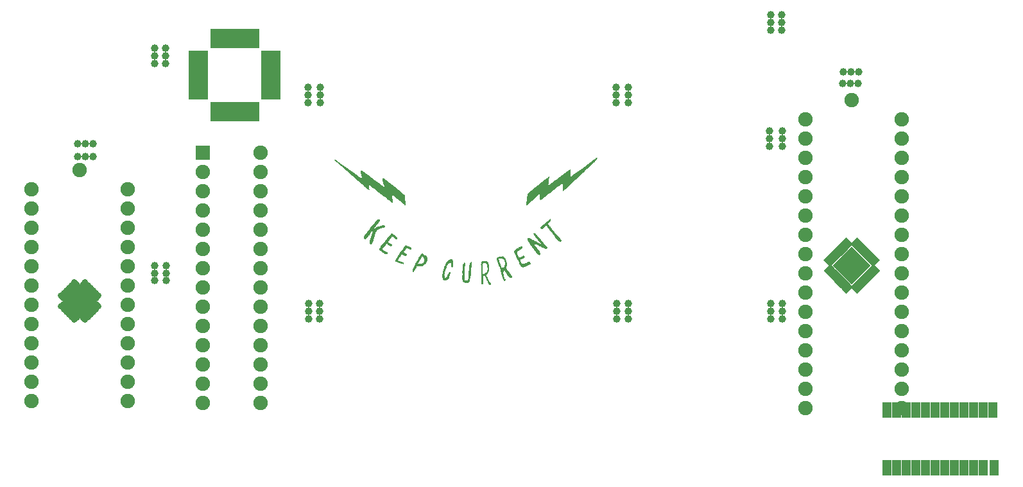
<source format=gts>
G04 (created by PCBNEW (2013-03-19 BZR 4004)-stable) date 8/12/2013 12:05:24 AM*
%MOIN*%
G04 Gerber Fmt 3.4, Leading zero omitted, Abs format*
%FSLAX34Y34*%
G01*
G70*
G90*
G04 APERTURE LIST*
%ADD10C,0*%
%ADD11C,0.0001*%
%ADD12R,0.0987X0.0377*%
%ADD13R,0.0377X0.0987*%
%ADD14C,0.075*%
%ADD15R,0.075X0.075*%
%ADD16C,0.0298*%
%ADD17C,0.039685*%
%ADD18R,0.05X0.08*%
G04 APERTURE END LIST*
G54D10*
G54D11*
G36*
X61929Y-42214D02*
X61923Y-42229D01*
X61907Y-42251D01*
X61885Y-42263D01*
X61871Y-42265D01*
X61861Y-42261D01*
X61846Y-42249D01*
X61832Y-42236D01*
X61817Y-42216D01*
X61805Y-42198D01*
X61801Y-42187D01*
X61796Y-42173D01*
X61787Y-42151D01*
X61776Y-42123D01*
X61765Y-42101D01*
X61749Y-42066D01*
X61730Y-42025D01*
X61711Y-41984D01*
X61700Y-41960D01*
X61684Y-41926D01*
X61666Y-41892D01*
X61649Y-41862D01*
X61637Y-41844D01*
X61623Y-41822D01*
X61613Y-41802D01*
X61609Y-41788D01*
X61608Y-41786D01*
X61606Y-41773D01*
X61603Y-41767D01*
X61592Y-41767D01*
X61576Y-41771D01*
X61561Y-41779D01*
X61554Y-41787D01*
X61545Y-41795D01*
X61540Y-41796D01*
X61530Y-41801D01*
X61522Y-41814D01*
X61520Y-41826D01*
X61521Y-41829D01*
X61524Y-41839D01*
X61526Y-41858D01*
X61527Y-41873D01*
X61528Y-41892D01*
X61531Y-41921D01*
X61533Y-41957D01*
X61537Y-41996D01*
X61539Y-42023D01*
X61543Y-42071D01*
X61544Y-42108D01*
X61544Y-42136D01*
X61542Y-42158D01*
X61537Y-42175D01*
X61530Y-42189D01*
X61523Y-42199D01*
X61509Y-42214D01*
X61492Y-42220D01*
X61488Y-42220D01*
X61472Y-42217D01*
X61459Y-42209D01*
X61446Y-42192D01*
X61432Y-42168D01*
X61428Y-42159D01*
X61424Y-42150D01*
X61422Y-42140D01*
X61420Y-42126D01*
X61419Y-42108D01*
X61418Y-42083D01*
X61418Y-42051D01*
X61418Y-42008D01*
X61418Y-41956D01*
X61419Y-41903D01*
X61420Y-41849D01*
X61421Y-41798D01*
X61422Y-41751D01*
X61423Y-41712D01*
X61424Y-41689D01*
X61426Y-41642D01*
X61428Y-41590D01*
X61428Y-41535D01*
X61428Y-41478D01*
X61428Y-41423D01*
X61426Y-41370D01*
X61424Y-41322D01*
X61422Y-41280D01*
X61419Y-41248D01*
X61415Y-41227D01*
X61410Y-41198D01*
X61410Y-41180D01*
X61411Y-41175D01*
X61416Y-41165D01*
X61420Y-41146D01*
X61422Y-41131D01*
X61426Y-41098D01*
X61430Y-41076D01*
X61435Y-41061D01*
X61440Y-41052D01*
X61448Y-41046D01*
X61453Y-41043D01*
X61476Y-41034D01*
X61509Y-41026D01*
X61550Y-41019D01*
X61595Y-41013D01*
X61619Y-41011D01*
X61648Y-41009D01*
X61667Y-41009D01*
X61683Y-41011D01*
X61697Y-41016D01*
X61716Y-41026D01*
X61720Y-41028D01*
X61752Y-41048D01*
X61777Y-41073D01*
X61796Y-41103D01*
X61810Y-41142D01*
X61821Y-41190D01*
X61826Y-41225D01*
X61829Y-41260D01*
X61831Y-41302D01*
X61832Y-41347D01*
X61831Y-41393D01*
X61830Y-41435D01*
X61827Y-41469D01*
X61824Y-41487D01*
X61815Y-41521D01*
X61801Y-41557D01*
X61780Y-41598D01*
X61752Y-41644D01*
X61751Y-41645D01*
X61751Y-41388D01*
X61746Y-41317D01*
X61742Y-41286D01*
X61735Y-41242D01*
X61727Y-41208D01*
X61719Y-41182D01*
X61708Y-41164D01*
X61694Y-41149D01*
X61675Y-41136D01*
X61655Y-41125D01*
X61640Y-41118D01*
X61627Y-41115D01*
X61612Y-41114D01*
X61589Y-41117D01*
X61576Y-41119D01*
X61547Y-41124D01*
X61527Y-41130D01*
X61514Y-41138D01*
X61510Y-41142D01*
X61496Y-41157D01*
X61503Y-41397D01*
X61505Y-41453D01*
X61507Y-41506D01*
X61508Y-41554D01*
X61509Y-41596D01*
X61510Y-41630D01*
X61511Y-41654D01*
X61511Y-41667D01*
X61511Y-41697D01*
X61538Y-41691D01*
X61565Y-41680D01*
X61592Y-41660D01*
X61593Y-41659D01*
X61615Y-41641D01*
X61641Y-41621D01*
X61656Y-41611D01*
X61692Y-41582D01*
X61719Y-41546D01*
X61738Y-41502D01*
X61748Y-41450D01*
X61751Y-41388D01*
X61751Y-41645D01*
X61715Y-41697D01*
X61695Y-41725D01*
X61688Y-41738D01*
X61685Y-41750D01*
X61689Y-41765D01*
X61699Y-41784D01*
X61716Y-41811D01*
X61718Y-41814D01*
X61752Y-41869D01*
X61774Y-41919D01*
X61784Y-41953D01*
X61791Y-41975D01*
X61799Y-41994D01*
X61803Y-42001D01*
X61809Y-42009D01*
X61806Y-42009D01*
X61804Y-42008D01*
X61803Y-42010D01*
X61807Y-42018D01*
X61814Y-42030D01*
X61823Y-42042D01*
X61830Y-42050D01*
X61831Y-42050D01*
X61836Y-42057D01*
X61846Y-42072D01*
X61860Y-42093D01*
X61871Y-42109D01*
X61887Y-42133D01*
X61902Y-42155D01*
X61913Y-42169D01*
X61917Y-42174D01*
X61929Y-42193D01*
X61929Y-42214D01*
X61929Y-42214D01*
X61929Y-42214D01*
G37*
G36*
X60943Y-41096D02*
X60936Y-41125D01*
X60930Y-41141D01*
X60920Y-41181D01*
X60917Y-41217D01*
X60917Y-41241D01*
X60915Y-41275D01*
X60914Y-41317D01*
X60911Y-41365D01*
X60908Y-41417D01*
X60905Y-41472D01*
X60902Y-41527D01*
X60899Y-41580D01*
X60895Y-41630D01*
X60892Y-41673D01*
X60889Y-41710D01*
X60887Y-41736D01*
X60885Y-41747D01*
X60872Y-41832D01*
X60859Y-41904D01*
X60846Y-41964D01*
X60833Y-42013D01*
X60820Y-42051D01*
X60806Y-42079D01*
X60792Y-42097D01*
X60791Y-42098D01*
X60756Y-42122D01*
X60715Y-42138D01*
X60665Y-42145D01*
X60660Y-42146D01*
X60631Y-42146D01*
X60609Y-42145D01*
X60588Y-42139D01*
X60570Y-42132D01*
X60529Y-42111D01*
X60496Y-42083D01*
X60471Y-42048D01*
X60454Y-42005D01*
X60444Y-41952D01*
X60440Y-41891D01*
X60443Y-41818D01*
X60443Y-41815D01*
X60445Y-41771D01*
X60447Y-41719D01*
X60447Y-41668D01*
X60446Y-41626D01*
X60445Y-41559D01*
X60448Y-41482D01*
X60454Y-41394D01*
X60463Y-41293D01*
X60468Y-41242D01*
X60473Y-41210D01*
X60478Y-41186D01*
X60486Y-41165D01*
X60497Y-41144D01*
X60500Y-41140D01*
X60518Y-41112D01*
X60537Y-41095D01*
X60553Y-41088D01*
X60566Y-41092D01*
X60575Y-41107D01*
X60575Y-41107D01*
X60580Y-41134D01*
X60583Y-41169D01*
X60584Y-41206D01*
X60582Y-41242D01*
X60578Y-41272D01*
X60577Y-41278D01*
X60561Y-41359D01*
X60554Y-41449D01*
X60553Y-41513D01*
X60554Y-41582D01*
X60555Y-41642D01*
X60555Y-41693D01*
X60555Y-41739D01*
X60554Y-41783D01*
X60553Y-41827D01*
X60553Y-41849D01*
X60550Y-41950D01*
X60570Y-41986D01*
X60582Y-42006D01*
X60593Y-42017D01*
X60606Y-42024D01*
X60622Y-42029D01*
X60652Y-42035D01*
X60674Y-42036D01*
X60691Y-42032D01*
X60707Y-42022D01*
X60712Y-42017D01*
X60722Y-42007D01*
X60732Y-41993D01*
X60739Y-41976D01*
X60746Y-41955D01*
X60752Y-41927D01*
X60757Y-41893D01*
X60761Y-41851D01*
X60765Y-41799D01*
X60768Y-41738D01*
X60772Y-41665D01*
X60774Y-41610D01*
X60777Y-41540D01*
X60781Y-41482D01*
X60786Y-41435D01*
X60791Y-41398D01*
X60793Y-41386D01*
X60799Y-41351D01*
X60804Y-41310D01*
X60808Y-41269D01*
X60809Y-41252D01*
X60813Y-41201D01*
X60822Y-41160D01*
X60835Y-41124D01*
X60855Y-41089D01*
X60863Y-41078D01*
X60884Y-41056D01*
X60903Y-41046D01*
X60922Y-41050D01*
X60933Y-41059D01*
X60942Y-41075D01*
X60943Y-41096D01*
X60943Y-41096D01*
X60943Y-41096D01*
G37*
G36*
X63037Y-41837D02*
X63035Y-41847D01*
X63031Y-41858D01*
X63026Y-41867D01*
X63010Y-41888D01*
X62989Y-41897D01*
X62962Y-41896D01*
X62930Y-41883D01*
X62897Y-41861D01*
X62884Y-41852D01*
X62872Y-41840D01*
X62859Y-41826D01*
X62844Y-41808D01*
X62825Y-41783D01*
X62803Y-41752D01*
X62776Y-41712D01*
X62746Y-41670D01*
X62736Y-41657D01*
X62728Y-41651D01*
X62726Y-41651D01*
X62724Y-41651D01*
X62725Y-41648D01*
X62724Y-41639D01*
X62713Y-41626D01*
X62710Y-41623D01*
X62697Y-41608D01*
X62691Y-41595D01*
X62690Y-41593D01*
X62687Y-41584D01*
X62683Y-41585D01*
X62678Y-41585D01*
X62679Y-41580D01*
X62678Y-41569D01*
X62674Y-41566D01*
X62666Y-41558D01*
X62659Y-41548D01*
X62659Y-41137D01*
X62657Y-41114D01*
X62653Y-41083D01*
X62653Y-41080D01*
X62644Y-41032D01*
X62632Y-40994D01*
X62613Y-40960D01*
X62587Y-40928D01*
X62573Y-40913D01*
X62540Y-40881D01*
X62463Y-40881D01*
X62427Y-40881D01*
X62400Y-40883D01*
X62380Y-40886D01*
X62364Y-40891D01*
X62359Y-40893D01*
X62343Y-40901D01*
X62333Y-40907D01*
X62332Y-40909D01*
X62334Y-40918D01*
X62340Y-40937D01*
X62349Y-40965D01*
X62360Y-41000D01*
X62374Y-41040D01*
X62389Y-41085D01*
X62405Y-41131D01*
X62422Y-41178D01*
X62438Y-41223D01*
X62453Y-41266D01*
X62466Y-41303D01*
X62478Y-41335D01*
X62487Y-41358D01*
X62492Y-41372D01*
X62493Y-41374D01*
X62501Y-41381D01*
X62508Y-41381D01*
X62520Y-41375D01*
X62527Y-41371D01*
X62543Y-41360D01*
X62563Y-41341D01*
X62584Y-41319D01*
X62594Y-41308D01*
X62614Y-41285D01*
X62627Y-41267D01*
X62636Y-41250D01*
X62643Y-41230D01*
X62649Y-41204D01*
X62655Y-41177D01*
X62658Y-41156D01*
X62659Y-41137D01*
X62659Y-41548D01*
X62655Y-41543D01*
X62651Y-41536D01*
X62642Y-41520D01*
X62633Y-41511D01*
X62630Y-41510D01*
X62622Y-41514D01*
X62607Y-41525D01*
X62589Y-41541D01*
X62588Y-41542D01*
X62554Y-41574D01*
X62598Y-41762D01*
X62611Y-41816D01*
X62621Y-41858D01*
X62628Y-41890D01*
X62635Y-41914D01*
X62640Y-41931D01*
X62644Y-41941D01*
X62649Y-41947D01*
X62653Y-41950D01*
X62657Y-41952D01*
X62658Y-41952D01*
X62676Y-41957D01*
X62687Y-41969D01*
X62690Y-41990D01*
X62690Y-41996D01*
X62689Y-42015D01*
X62683Y-42026D01*
X62676Y-42032D01*
X62663Y-42039D01*
X62658Y-42043D01*
X62650Y-42045D01*
X62634Y-42043D01*
X62627Y-42042D01*
X62600Y-42036D01*
X62545Y-41904D01*
X62527Y-41862D01*
X62513Y-41826D01*
X62501Y-41794D01*
X62491Y-41764D01*
X62482Y-41731D01*
X62472Y-41694D01*
X62462Y-41649D01*
X62454Y-41614D01*
X62444Y-41569D01*
X62434Y-41527D01*
X62426Y-41490D01*
X62420Y-41460D01*
X62415Y-41439D01*
X62414Y-41431D01*
X62408Y-41411D01*
X62400Y-41387D01*
X62397Y-41379D01*
X62382Y-41342D01*
X62364Y-41298D01*
X62346Y-41250D01*
X62327Y-41199D01*
X62308Y-41146D01*
X62290Y-41094D01*
X62272Y-41044D01*
X62257Y-40997D01*
X62243Y-40955D01*
X62232Y-40921D01*
X62225Y-40894D01*
X62221Y-40878D01*
X62221Y-40876D01*
X62226Y-40864D01*
X62239Y-40850D01*
X62256Y-40839D01*
X62265Y-40835D01*
X62280Y-40828D01*
X62288Y-40823D01*
X62309Y-40809D01*
X62339Y-40797D01*
X62381Y-40787D01*
X62434Y-40778D01*
X62447Y-40776D01*
X62485Y-40772D01*
X62513Y-40769D01*
X62534Y-40768D01*
X62550Y-40769D01*
X62564Y-40772D01*
X62570Y-40773D01*
X62599Y-40787D01*
X62628Y-40810D01*
X62655Y-40839D01*
X62672Y-40868D01*
X62681Y-40884D01*
X62688Y-40895D01*
X62690Y-40897D01*
X62693Y-40904D01*
X62699Y-40921D01*
X62707Y-40947D01*
X62716Y-40979D01*
X62722Y-41001D01*
X62732Y-41036D01*
X62740Y-41067D01*
X62747Y-41092D01*
X62752Y-41108D01*
X62754Y-41112D01*
X62762Y-41144D01*
X62762Y-41183D01*
X62759Y-41216D01*
X62756Y-41240D01*
X62754Y-41262D01*
X62755Y-41270D01*
X62754Y-41282D01*
X62750Y-41285D01*
X62749Y-41286D01*
X62749Y-41272D01*
X62746Y-41268D01*
X62742Y-41272D01*
X62746Y-41275D01*
X62749Y-41272D01*
X62749Y-41286D01*
X62745Y-41288D01*
X62740Y-41301D01*
X62740Y-41303D01*
X62734Y-41324D01*
X62725Y-41346D01*
X62723Y-41350D01*
X62717Y-41371D01*
X62717Y-41388D01*
X62724Y-41397D01*
X62730Y-41399D01*
X62737Y-41404D01*
X62740Y-41410D01*
X62745Y-41418D01*
X62757Y-41434D01*
X62775Y-41459D01*
X62798Y-41490D01*
X62825Y-41527D01*
X62856Y-41568D01*
X62890Y-41612D01*
X62890Y-41613D01*
X62930Y-41665D01*
X62962Y-41708D01*
X62988Y-41743D01*
X63007Y-41771D01*
X63021Y-41793D01*
X63030Y-41811D01*
X63035Y-41825D01*
X63037Y-41837D01*
X63037Y-41837D01*
X63037Y-41837D01*
G37*
G36*
X59979Y-41172D02*
X59979Y-41210D01*
X59978Y-41238D01*
X59977Y-41258D01*
X59974Y-41272D01*
X59970Y-41284D01*
X59964Y-41295D01*
X59962Y-41299D01*
X59943Y-41325D01*
X59923Y-41338D01*
X59902Y-41338D01*
X59893Y-41334D01*
X59874Y-41324D01*
X59876Y-41226D01*
X59878Y-41128D01*
X59813Y-41130D01*
X59777Y-41132D01*
X59751Y-41136D01*
X59730Y-41143D01*
X59712Y-41155D01*
X59693Y-41173D01*
X59685Y-41182D01*
X59660Y-41214D01*
X59643Y-41253D01*
X59631Y-41300D01*
X59630Y-41304D01*
X59625Y-41323D01*
X59615Y-41348D01*
X59604Y-41374D01*
X59604Y-41374D01*
X59594Y-41398D01*
X59582Y-41431D01*
X59569Y-41472D01*
X59557Y-41518D01*
X59545Y-41565D01*
X59534Y-41612D01*
X59533Y-41617D01*
X59524Y-41659D01*
X59518Y-41690D01*
X59514Y-41713D01*
X59512Y-41731D01*
X59511Y-41746D01*
X59513Y-41759D01*
X59515Y-41775D01*
X59519Y-41793D01*
X59526Y-41829D01*
X59533Y-41853D01*
X59540Y-41869D01*
X59547Y-41876D01*
X59557Y-41877D01*
X59561Y-41877D01*
X59583Y-41867D01*
X59607Y-41849D01*
X59630Y-41826D01*
X59643Y-41809D01*
X59653Y-41791D01*
X59664Y-41765D01*
X59675Y-41736D01*
X59679Y-41723D01*
X59695Y-41682D01*
X59713Y-41645D01*
X59733Y-41614D01*
X59753Y-41592D01*
X59767Y-41583D01*
X59786Y-41578D01*
X59803Y-41579D01*
X59816Y-41583D01*
X59821Y-41590D01*
X59823Y-41605D01*
X59823Y-41610D01*
X59821Y-41629D01*
X59816Y-41657D01*
X59808Y-41692D01*
X59798Y-41731D01*
X59788Y-41770D01*
X59777Y-41807D01*
X59767Y-41839D01*
X59758Y-41864D01*
X59754Y-41871D01*
X59728Y-41917D01*
X59700Y-41953D01*
X59673Y-41978D01*
X59654Y-41988D01*
X59632Y-41998D01*
X59613Y-42009D01*
X59607Y-42012D01*
X59583Y-42022D01*
X59552Y-42023D01*
X59517Y-42017D01*
X59517Y-42016D01*
X59500Y-42009D01*
X59478Y-41995D01*
X59460Y-41982D01*
X59442Y-41965D01*
X59431Y-41951D01*
X59424Y-41935D01*
X59419Y-41912D01*
X59410Y-41840D01*
X59407Y-41762D01*
X59411Y-41681D01*
X59415Y-41642D01*
X59420Y-41603D01*
X59427Y-41564D01*
X59437Y-41524D01*
X59448Y-41481D01*
X59464Y-41433D01*
X59482Y-41378D01*
X59506Y-41314D01*
X59523Y-41268D01*
X59547Y-41206D01*
X59569Y-41153D01*
X59590Y-41110D01*
X59612Y-41074D01*
X59634Y-41044D01*
X59658Y-41017D01*
X59686Y-40993D01*
X59702Y-40980D01*
X59753Y-40945D01*
X59799Y-40920D01*
X59838Y-40906D01*
X59862Y-40903D01*
X59885Y-40906D01*
X59904Y-40916D01*
X59921Y-40935D01*
X59937Y-40963D01*
X59954Y-41003D01*
X59956Y-41009D01*
X59965Y-41034D01*
X59971Y-41054D01*
X59975Y-41072D01*
X59978Y-41092D01*
X59979Y-41116D01*
X59979Y-41148D01*
X59979Y-41172D01*
X59979Y-41172D01*
X59979Y-41172D01*
G37*
G36*
X58617Y-40891D02*
X58616Y-40931D01*
X58613Y-40971D01*
X58608Y-41008D01*
X58602Y-41040D01*
X58596Y-41063D01*
X58593Y-41070D01*
X58584Y-41082D01*
X58568Y-41100D01*
X58547Y-41123D01*
X58522Y-41148D01*
X58496Y-41174D01*
X58471Y-41199D01*
X58471Y-40967D01*
X58470Y-40938D01*
X58462Y-40905D01*
X58458Y-40895D01*
X58449Y-40874D01*
X58435Y-40850D01*
X58420Y-40825D01*
X58404Y-40802D01*
X58388Y-40782D01*
X58377Y-40770D01*
X58370Y-40767D01*
X58362Y-40770D01*
X58355Y-40775D01*
X58350Y-40782D01*
X58339Y-40798D01*
X58323Y-40823D01*
X58305Y-40853D01*
X58283Y-40888D01*
X58260Y-40926D01*
X58237Y-40965D01*
X58214Y-41004D01*
X58193Y-41040D01*
X58174Y-41072D01*
X58158Y-41099D01*
X58147Y-41119D01*
X58142Y-41129D01*
X58142Y-41131D01*
X58147Y-41138D01*
X58163Y-41147D01*
X58185Y-41155D01*
X58211Y-41161D01*
X58223Y-41164D01*
X58255Y-41168D01*
X58277Y-41169D01*
X58295Y-41167D01*
X58312Y-41162D01*
X58333Y-41152D01*
X58335Y-41151D01*
X58381Y-41121D01*
X58419Y-41080D01*
X58447Y-41034D01*
X58464Y-40998D01*
X58471Y-40967D01*
X58471Y-41199D01*
X58470Y-41199D01*
X58447Y-41221D01*
X58429Y-41237D01*
X58416Y-41247D01*
X58414Y-41248D01*
X58352Y-41271D01*
X58295Y-41286D01*
X58240Y-41293D01*
X58183Y-41293D01*
X58176Y-41292D01*
X58148Y-41290D01*
X58122Y-41287D01*
X58103Y-41285D01*
X58099Y-41285D01*
X58092Y-41283D01*
X58086Y-41284D01*
X58079Y-41289D01*
X58072Y-41299D01*
X58062Y-41316D01*
X58048Y-41341D01*
X58031Y-41375D01*
X58012Y-41411D01*
X57993Y-41446D01*
X57975Y-41476D01*
X57960Y-41500D01*
X57954Y-41507D01*
X57941Y-41526D01*
X57933Y-41541D01*
X57930Y-41550D01*
X57931Y-41550D01*
X57931Y-41560D01*
X57923Y-41568D01*
X57908Y-41573D01*
X57892Y-41574D01*
X57876Y-41570D01*
X57867Y-41564D01*
X57862Y-41553D01*
X57860Y-41535D01*
X57859Y-41506D01*
X57860Y-41492D01*
X57861Y-41468D01*
X57862Y-41449D01*
X57865Y-41432D01*
X57871Y-41415D01*
X57881Y-41393D01*
X57894Y-41365D01*
X57903Y-41348D01*
X57915Y-41325D01*
X57932Y-41292D01*
X57954Y-41251D01*
X57980Y-41203D01*
X58009Y-41151D01*
X58040Y-41095D01*
X58072Y-41038D01*
X58092Y-41001D01*
X58123Y-40946D01*
X58152Y-40894D01*
X58179Y-40847D01*
X58203Y-40804D01*
X58222Y-40767D01*
X58238Y-40739D01*
X58248Y-40719D01*
X58252Y-40711D01*
X58264Y-40692D01*
X58282Y-40671D01*
X58303Y-40650D01*
X58324Y-40632D01*
X58342Y-40621D01*
X58347Y-40619D01*
X58355Y-40618D01*
X58366Y-40620D01*
X58380Y-40625D01*
X58399Y-40635D01*
X58424Y-40650D01*
X58459Y-40671D01*
X58477Y-40683D01*
X58512Y-40705D01*
X58538Y-40721D01*
X58556Y-40735D01*
X58570Y-40747D01*
X58581Y-40759D01*
X58591Y-40773D01*
X58597Y-40783D01*
X58606Y-40797D01*
X58612Y-40809D01*
X58615Y-40823D01*
X58617Y-40841D01*
X58617Y-40867D01*
X58617Y-40891D01*
X58617Y-40891D01*
X58617Y-40891D01*
G37*
G36*
X63991Y-41125D02*
X63991Y-41137D01*
X63987Y-41152D01*
X63987Y-41152D01*
X63978Y-41171D01*
X63964Y-41185D01*
X63950Y-41192D01*
X63934Y-41201D01*
X63923Y-41208D01*
X63922Y-41211D01*
X63916Y-41215D01*
X63909Y-41216D01*
X63900Y-41219D01*
X63899Y-41223D01*
X63898Y-41229D01*
X63893Y-41230D01*
X63881Y-41231D01*
X63878Y-41232D01*
X63870Y-41235D01*
X63854Y-41243D01*
X63833Y-41253D01*
X63809Y-41265D01*
X63786Y-41277D01*
X63769Y-41286D01*
X63753Y-41294D01*
X63737Y-41300D01*
X63724Y-41309D01*
X63722Y-41317D01*
X63723Y-41326D01*
X63716Y-41325D01*
X63708Y-41319D01*
X63702Y-41315D01*
X63700Y-41319D01*
X63695Y-41325D01*
X63692Y-41325D01*
X63686Y-41329D01*
X63686Y-41334D01*
X63686Y-41339D01*
X63681Y-41336D01*
X63669Y-41333D01*
X63647Y-41333D01*
X63640Y-41334D01*
X63606Y-41338D01*
X63581Y-41338D01*
X63560Y-41334D01*
X63540Y-41327D01*
X63519Y-41315D01*
X63497Y-41298D01*
X63486Y-41290D01*
X63480Y-41284D01*
X63474Y-41276D01*
X63467Y-41265D01*
X63458Y-41251D01*
X63448Y-41232D01*
X63436Y-41208D01*
X63421Y-41177D01*
X63403Y-41139D01*
X63381Y-41092D01*
X63355Y-41036D01*
X63325Y-40970D01*
X63299Y-40913D01*
X63270Y-40849D01*
X63242Y-40787D01*
X63216Y-40730D01*
X63193Y-40677D01*
X63173Y-40631D01*
X63156Y-40592D01*
X63144Y-40562D01*
X63136Y-40541D01*
X63132Y-40532D01*
X63130Y-40515D01*
X63130Y-40500D01*
X63135Y-40486D01*
X63146Y-40472D01*
X63163Y-40456D01*
X63188Y-40436D01*
X63223Y-40411D01*
X63237Y-40401D01*
X63282Y-40369D01*
X63319Y-40342D01*
X63348Y-40319D01*
X63367Y-40303D01*
X63377Y-40293D01*
X63378Y-40290D01*
X63382Y-40288D01*
X63396Y-40287D01*
X63403Y-40287D01*
X63425Y-40283D01*
X63454Y-40273D01*
X63479Y-40262D01*
X63504Y-40251D01*
X63527Y-40243D01*
X63543Y-40239D01*
X63545Y-40239D01*
X63564Y-40244D01*
X63577Y-40259D01*
X63581Y-40281D01*
X63580Y-40294D01*
X63578Y-40303D01*
X63572Y-40312D01*
X63563Y-40322D01*
X63547Y-40335D01*
X63524Y-40353D01*
X63492Y-40375D01*
X63487Y-40380D01*
X63451Y-40405D01*
X63415Y-40431D01*
X63380Y-40456D01*
X63351Y-40477D01*
X63341Y-40485D01*
X63285Y-40526D01*
X63284Y-40570D01*
X63284Y-40586D01*
X63285Y-40600D01*
X63287Y-40615D01*
X63293Y-40632D01*
X63301Y-40654D01*
X63314Y-40683D01*
X63331Y-40722D01*
X63333Y-40726D01*
X63351Y-40767D01*
X63365Y-40797D01*
X63376Y-40818D01*
X63385Y-40831D01*
X63391Y-40837D01*
X63395Y-40838D01*
X63405Y-40835D01*
X63424Y-40827D01*
X63450Y-40814D01*
X63482Y-40798D01*
X63516Y-40780D01*
X63550Y-40761D01*
X63580Y-40745D01*
X63605Y-40732D01*
X63622Y-40724D01*
X63629Y-40721D01*
X63629Y-40721D01*
X63638Y-40726D01*
X63650Y-40739D01*
X63663Y-40756D01*
X63674Y-40774D01*
X63680Y-40789D01*
X63681Y-40792D01*
X63679Y-40808D01*
X63676Y-40822D01*
X63668Y-40834D01*
X63654Y-40845D01*
X63633Y-40858D01*
X63604Y-40874D01*
X63564Y-40893D01*
X63560Y-40894D01*
X63526Y-40910D01*
X63496Y-40925D01*
X63472Y-40937D01*
X63457Y-40945D01*
X63451Y-40948D01*
X63451Y-40956D01*
X63456Y-40973D01*
X63466Y-40997D01*
X63478Y-41024D01*
X63492Y-41053D01*
X63506Y-41081D01*
X63519Y-41106D01*
X63531Y-41125D01*
X63539Y-41134D01*
X63552Y-41145D01*
X63563Y-41149D01*
X63579Y-41150D01*
X63595Y-41149D01*
X63632Y-41145D01*
X63665Y-41140D01*
X63692Y-41135D01*
X63707Y-41130D01*
X63728Y-41122D01*
X63754Y-41111D01*
X63781Y-41099D01*
X63807Y-41086D01*
X63829Y-41074D01*
X63844Y-41065D01*
X63850Y-41059D01*
X63850Y-41059D01*
X63854Y-41055D01*
X63856Y-41056D01*
X63866Y-41056D01*
X63881Y-41052D01*
X63884Y-41051D01*
X63904Y-41045D01*
X63924Y-41047D01*
X63931Y-41049D01*
X63947Y-41056D01*
X63960Y-41067D01*
X63973Y-41086D01*
X63976Y-41091D01*
X63987Y-41111D01*
X63991Y-41125D01*
X63991Y-41125D01*
X63991Y-41125D01*
G37*
G36*
X57806Y-40359D02*
X57802Y-40382D01*
X57788Y-40402D01*
X57773Y-40414D01*
X57758Y-40421D01*
X57755Y-40421D01*
X57743Y-40419D01*
X57724Y-40411D01*
X57698Y-40399D01*
X57664Y-40380D01*
X57620Y-40354D01*
X57602Y-40344D01*
X57583Y-40333D01*
X57568Y-40326D01*
X57562Y-40323D01*
X57556Y-40329D01*
X57543Y-40342D01*
X57526Y-40363D01*
X57506Y-40389D01*
X57484Y-40418D01*
X57461Y-40449D01*
X57440Y-40478D01*
X57421Y-40506D01*
X57406Y-40529D01*
X57395Y-40545D01*
X57392Y-40554D01*
X57397Y-40557D01*
X57402Y-40558D01*
X57412Y-40561D01*
X57430Y-40569D01*
X57455Y-40580D01*
X57477Y-40591D01*
X57511Y-40610D01*
X57535Y-40625D01*
X57550Y-40639D01*
X57555Y-40646D01*
X57564Y-40672D01*
X57561Y-40699D01*
X57546Y-40723D01*
X57536Y-40736D01*
X57534Y-40745D01*
X57534Y-40745D01*
X57530Y-40750D01*
X57516Y-40752D01*
X57496Y-40752D01*
X57473Y-40749D01*
X57450Y-40745D01*
X57447Y-40744D01*
X57428Y-40737D01*
X57413Y-40728D01*
X57397Y-40714D01*
X57378Y-40692D01*
X57361Y-40671D01*
X57344Y-40653D01*
X57332Y-40642D01*
X57330Y-40640D01*
X57323Y-40636D01*
X57316Y-40637D01*
X57309Y-40643D01*
X57298Y-40657D01*
X57282Y-40679D01*
X57267Y-40703D01*
X57254Y-40724D01*
X57246Y-40741D01*
X57245Y-40745D01*
X57236Y-40763D01*
X57224Y-40775D01*
X57213Y-40787D01*
X57196Y-40806D01*
X57177Y-40831D01*
X57156Y-40859D01*
X57136Y-40886D01*
X57120Y-40911D01*
X57114Y-40922D01*
X57104Y-40940D01*
X57100Y-40954D01*
X57103Y-40968D01*
X57105Y-40975D01*
X57111Y-40992D01*
X57121Y-41001D01*
X57136Y-41005D01*
X57154Y-41009D01*
X57180Y-41018D01*
X57213Y-41028D01*
X57250Y-41041D01*
X57287Y-41054D01*
X57323Y-41068D01*
X57353Y-41079D01*
X57377Y-41089D01*
X57387Y-41094D01*
X57403Y-41105D01*
X57410Y-41116D01*
X57412Y-41130D01*
X57406Y-41153D01*
X57397Y-41164D01*
X57386Y-41173D01*
X57379Y-41176D01*
X57371Y-41175D01*
X57355Y-41172D01*
X57350Y-41170D01*
X57332Y-41166D01*
X57306Y-41158D01*
X57277Y-41147D01*
X57265Y-41143D01*
X57235Y-41132D01*
X57205Y-41122D01*
X57181Y-41114D01*
X57174Y-41112D01*
X57160Y-41108D01*
X57139Y-41101D01*
X57111Y-41091D01*
X57080Y-41080D01*
X57049Y-41068D01*
X57020Y-41057D01*
X56995Y-41048D01*
X56978Y-41041D01*
X56970Y-41037D01*
X56969Y-41031D01*
X56967Y-41015D01*
X56965Y-40994D01*
X56960Y-40952D01*
X56995Y-40913D01*
X57010Y-40896D01*
X57021Y-40882D01*
X57031Y-40867D01*
X57042Y-40849D01*
X57053Y-40826D01*
X57068Y-40794D01*
X57075Y-40780D01*
X57084Y-40763D01*
X57100Y-40737D01*
X57122Y-40703D01*
X57148Y-40663D01*
X57179Y-40619D01*
X57212Y-40571D01*
X57246Y-40521D01*
X57282Y-40471D01*
X57317Y-40422D01*
X57351Y-40376D01*
X57382Y-40333D01*
X57410Y-40296D01*
X57434Y-40265D01*
X57452Y-40243D01*
X57461Y-40233D01*
X57496Y-40198D01*
X57530Y-40202D01*
X57563Y-40210D01*
X57588Y-40225D01*
X57605Y-40237D01*
X57619Y-40244D01*
X57624Y-40245D01*
X57635Y-40247D01*
X57654Y-40252D01*
X57679Y-40259D01*
X57691Y-40262D01*
X57722Y-40273D01*
X57745Y-40283D01*
X57763Y-40296D01*
X57774Y-40306D01*
X57796Y-40334D01*
X57806Y-40359D01*
X57806Y-40359D01*
X57806Y-40359D01*
G37*
G36*
X61589Y-40985D02*
X61586Y-40988D01*
X61582Y-40985D01*
X61586Y-40982D01*
X61589Y-40985D01*
X61589Y-40985D01*
X61589Y-40985D01*
G37*
G36*
X64864Y-40327D02*
X64862Y-40348D01*
X64853Y-40362D01*
X64845Y-40365D01*
X64831Y-40368D01*
X64809Y-40372D01*
X64797Y-40375D01*
X64778Y-40378D01*
X64763Y-40378D01*
X64747Y-40374D01*
X64726Y-40365D01*
X64719Y-40363D01*
X64696Y-40353D01*
X64676Y-40346D01*
X64664Y-40343D01*
X64664Y-40343D01*
X64654Y-40340D01*
X64652Y-40337D01*
X64646Y-40333D01*
X64631Y-40324D01*
X64607Y-40312D01*
X64577Y-40298D01*
X64549Y-40285D01*
X64511Y-40267D01*
X64465Y-40245D01*
X64415Y-40220D01*
X64365Y-40195D01*
X64318Y-40170D01*
X64313Y-40167D01*
X64275Y-40147D01*
X64241Y-40130D01*
X64213Y-40115D01*
X64192Y-40105D01*
X64180Y-40099D01*
X64177Y-40098D01*
X64179Y-40105D01*
X64185Y-40120D01*
X64194Y-40141D01*
X64197Y-40148D01*
X64210Y-40172D01*
X64230Y-40206D01*
X64259Y-40248D01*
X64295Y-40299D01*
X64331Y-40348D01*
X64376Y-40410D01*
X64415Y-40467D01*
X64448Y-40517D01*
X64475Y-40561D01*
X64494Y-40597D01*
X64507Y-40624D01*
X64511Y-40643D01*
X64511Y-40647D01*
X64503Y-40660D01*
X64485Y-40678D01*
X64457Y-40700D01*
X64447Y-40708D01*
X64438Y-40708D01*
X64421Y-40702D01*
X64398Y-40693D01*
X64385Y-40687D01*
X64329Y-40661D01*
X64186Y-40456D01*
X64154Y-40410D01*
X64123Y-40367D01*
X64095Y-40328D01*
X64072Y-40294D01*
X64052Y-40267D01*
X64039Y-40249D01*
X64032Y-40239D01*
X64031Y-40239D01*
X64023Y-40228D01*
X64020Y-40223D01*
X64016Y-40216D01*
X64006Y-40201D01*
X63991Y-40179D01*
X63971Y-40150D01*
X63948Y-40117D01*
X63934Y-40097D01*
X63848Y-39975D01*
X63830Y-39903D01*
X63823Y-39874D01*
X63818Y-39850D01*
X63816Y-39833D01*
X63816Y-39827D01*
X63825Y-39824D01*
X63842Y-39819D01*
X63865Y-39813D01*
X63867Y-39813D01*
X63890Y-39808D01*
X63906Y-39806D01*
X63918Y-39807D01*
X63930Y-39813D01*
X63939Y-39819D01*
X63958Y-39828D01*
X63973Y-39834D01*
X63977Y-39835D01*
X63990Y-39838D01*
X64005Y-39847D01*
X64005Y-39847D01*
X64022Y-39858D01*
X64039Y-39868D01*
X64057Y-39880D01*
X64079Y-39893D01*
X64106Y-39908D01*
X64140Y-39927D01*
X64180Y-39949D01*
X64230Y-39976D01*
X64271Y-39998D01*
X64318Y-40023D01*
X64362Y-40047D01*
X64402Y-40069D01*
X64435Y-40087D01*
X64462Y-40102D01*
X64479Y-40111D01*
X64486Y-40115D01*
X64501Y-40123D01*
X64523Y-40136D01*
X64548Y-40149D01*
X64550Y-40151D01*
X64596Y-40176D01*
X64494Y-40062D01*
X64458Y-40020D01*
X64418Y-39972D01*
X64376Y-39921D01*
X64336Y-39870D01*
X64301Y-39824D01*
X64296Y-39818D01*
X64268Y-39780D01*
X64240Y-39743D01*
X64215Y-39710D01*
X64194Y-39682D01*
X64178Y-39661D01*
X64172Y-39653D01*
X64152Y-39625D01*
X64144Y-39601D01*
X64147Y-39582D01*
X64156Y-39571D01*
X64174Y-39563D01*
X64197Y-39563D01*
X64223Y-39571D01*
X64246Y-39584D01*
X64257Y-39594D01*
X64274Y-39613D01*
X64296Y-39638D01*
X64321Y-39667D01*
X64345Y-39696D01*
X64371Y-39727D01*
X64395Y-39755D01*
X64416Y-39779D01*
X64432Y-39796D01*
X64441Y-39805D01*
X64451Y-39815D01*
X64467Y-39834D01*
X64484Y-39858D01*
X64495Y-39874D01*
X64513Y-39900D01*
X64541Y-39935D01*
X64577Y-39978D01*
X64622Y-40029D01*
X64676Y-40089D01*
X64691Y-40105D01*
X64738Y-40157D01*
X64778Y-40202D01*
X64810Y-40239D01*
X64835Y-40268D01*
X64851Y-40290D01*
X64859Y-40302D01*
X64859Y-40302D01*
X64864Y-40327D01*
X64864Y-40327D01*
X64864Y-40327D01*
G37*
G36*
X57076Y-39815D02*
X57074Y-39827D01*
X57069Y-39840D01*
X57058Y-39860D01*
X57042Y-39877D01*
X57039Y-39880D01*
X57025Y-39889D01*
X57012Y-39891D01*
X56999Y-39886D01*
X56947Y-39860D01*
X56905Y-39826D01*
X56883Y-39799D01*
X56858Y-39765D01*
X56838Y-39740D01*
X56822Y-39727D01*
X56815Y-39724D01*
X56807Y-39728D01*
X56794Y-39740D01*
X56779Y-39755D01*
X56766Y-39771D01*
X56756Y-39783D01*
X56753Y-39789D01*
X56750Y-39795D01*
X56739Y-39810D01*
X56723Y-39830D01*
X56704Y-39855D01*
X56701Y-39858D01*
X56679Y-39886D01*
X56658Y-39915D01*
X56642Y-39940D01*
X56632Y-39957D01*
X56620Y-39978D01*
X56607Y-39996D01*
X56599Y-40004D01*
X56588Y-40013D01*
X56584Y-40019D01*
X56589Y-40025D01*
X56602Y-40035D01*
X56621Y-40048D01*
X56642Y-40062D01*
X56663Y-40076D01*
X56681Y-40087D01*
X56692Y-40093D01*
X56693Y-40093D01*
X56704Y-40099D01*
X56722Y-40109D01*
X56744Y-40122D01*
X56745Y-40123D01*
X56765Y-40136D01*
X56778Y-40146D01*
X56784Y-40156D01*
X56786Y-40170D01*
X56787Y-40178D01*
X56786Y-40206D01*
X56778Y-40224D01*
X56761Y-40235D01*
X56733Y-40239D01*
X56726Y-40239D01*
X56704Y-40238D01*
X56687Y-40234D01*
X56671Y-40227D01*
X56651Y-40212D01*
X56650Y-40211D01*
X56627Y-40193D01*
X56599Y-40171D01*
X56573Y-40149D01*
X56569Y-40146D01*
X56548Y-40129D01*
X56531Y-40116D01*
X56518Y-40109D01*
X56516Y-40108D01*
X56507Y-40114D01*
X56493Y-40130D01*
X56475Y-40155D01*
X56454Y-40187D01*
X56438Y-40211D01*
X56426Y-40229D01*
X56407Y-40252D01*
X56385Y-40277D01*
X56366Y-40297D01*
X56339Y-40326D01*
X56320Y-40347D01*
X56307Y-40364D01*
X56300Y-40378D01*
X56298Y-40391D01*
X56297Y-40400D01*
X56299Y-40411D01*
X56305Y-40421D01*
X56317Y-40432D01*
X56339Y-40447D01*
X56342Y-40449D01*
X56363Y-40462D01*
X56389Y-40477D01*
X56417Y-40491D01*
X56444Y-40504D01*
X56466Y-40513D01*
X56481Y-40519D01*
X56483Y-40519D01*
X56491Y-40522D01*
X56506Y-40531D01*
X56521Y-40540D01*
X56553Y-40560D01*
X56549Y-40605D01*
X56547Y-40628D01*
X56544Y-40647D01*
X56542Y-40656D01*
X56532Y-40661D01*
X56513Y-40662D01*
X56490Y-40660D01*
X56465Y-40656D01*
X56444Y-40648D01*
X56441Y-40647D01*
X56380Y-40614D01*
X56322Y-40575D01*
X56264Y-40532D01*
X56239Y-40512D01*
X56217Y-40496D01*
X56200Y-40485D01*
X56191Y-40480D01*
X56191Y-40480D01*
X56180Y-40476D01*
X56166Y-40465D01*
X56158Y-40458D01*
X56145Y-40445D01*
X56138Y-40433D01*
X56135Y-40418D01*
X56134Y-40396D01*
X56136Y-40374D01*
X56140Y-40353D01*
X56149Y-40330D01*
X56162Y-40305D01*
X56181Y-40276D01*
X56206Y-40243D01*
X56238Y-40204D01*
X56278Y-40157D01*
X56318Y-40112D01*
X56341Y-40087D01*
X56368Y-40053D01*
X56399Y-40015D01*
X56431Y-39976D01*
X56461Y-39937D01*
X56462Y-39937D01*
X56520Y-39862D01*
X56573Y-39795D01*
X56619Y-39737D01*
X56660Y-39688D01*
X56694Y-39649D01*
X56721Y-39619D01*
X56742Y-39599D01*
X56751Y-39592D01*
X56768Y-39582D01*
X56781Y-39578D01*
X56794Y-39579D01*
X56812Y-39585D01*
X56836Y-39596D01*
X56865Y-39615D01*
X56896Y-39642D01*
X56924Y-39666D01*
X56956Y-39693D01*
X56986Y-39716D01*
X56996Y-39724D01*
X57021Y-39743D01*
X57043Y-39764D01*
X57059Y-39782D01*
X57063Y-39787D01*
X57073Y-39804D01*
X57076Y-39815D01*
X57076Y-39815D01*
X57076Y-39815D01*
G37*
G36*
X56421Y-39215D02*
X56420Y-39226D01*
X56417Y-39235D01*
X56411Y-39245D01*
X56400Y-39254D01*
X56383Y-39264D01*
X56359Y-39275D01*
X56327Y-39287D01*
X56286Y-39302D01*
X56234Y-39321D01*
X56198Y-39334D01*
X56144Y-39352D01*
X56101Y-39368D01*
X56068Y-39380D01*
X56043Y-39389D01*
X56025Y-39397D01*
X56013Y-39403D01*
X56005Y-39409D01*
X55999Y-39414D01*
X55996Y-39420D01*
X55995Y-39423D01*
X55988Y-39440D01*
X55985Y-39453D01*
X55985Y-39454D01*
X55981Y-39464D01*
X55973Y-39482D01*
X55961Y-39504D01*
X55959Y-39508D01*
X55944Y-39533D01*
X55932Y-39558D01*
X55924Y-39578D01*
X55923Y-39578D01*
X55915Y-39600D01*
X55905Y-39621D01*
X55904Y-39625D01*
X55896Y-39644D01*
X55891Y-39668D01*
X55890Y-39673D01*
X55887Y-39693D01*
X55881Y-39722D01*
X55871Y-39758D01*
X55861Y-39797D01*
X55849Y-39837D01*
X55838Y-39875D01*
X55827Y-39907D01*
X55824Y-39915D01*
X55815Y-39941D01*
X55803Y-39975D01*
X55790Y-40011D01*
X55782Y-40033D01*
X55769Y-40068D01*
X55759Y-40092D01*
X55749Y-40109D01*
X55738Y-40121D01*
X55736Y-40123D01*
X55710Y-40138D01*
X55684Y-40141D01*
X55660Y-40131D01*
X55650Y-40122D01*
X55634Y-40100D01*
X55622Y-40070D01*
X55614Y-40038D01*
X55613Y-40020D01*
X55615Y-40008D01*
X55621Y-39986D01*
X55630Y-39955D01*
X55643Y-39918D01*
X55657Y-39877D01*
X55668Y-39846D01*
X55683Y-39803D01*
X55697Y-39762D01*
X55709Y-39727D01*
X55719Y-39698D01*
X55725Y-39678D01*
X55727Y-39671D01*
X55732Y-39651D01*
X55739Y-39627D01*
X55743Y-39616D01*
X55750Y-39598D01*
X55758Y-39573D01*
X55767Y-39545D01*
X55775Y-39518D01*
X55782Y-39493D01*
X55787Y-39475D01*
X55789Y-39467D01*
X55784Y-39466D01*
X55776Y-39470D01*
X55760Y-39477D01*
X55751Y-39479D01*
X55730Y-39484D01*
X55714Y-39492D01*
X55699Y-39504D01*
X55684Y-39523D01*
X55667Y-39551D01*
X55654Y-39575D01*
X55634Y-39608D01*
X55613Y-39641D01*
X55592Y-39671D01*
X55577Y-39691D01*
X55560Y-39711D01*
X55548Y-39728D01*
X55542Y-39739D01*
X55541Y-39741D01*
X55537Y-39752D01*
X55530Y-39762D01*
X55520Y-39774D01*
X55507Y-39793D01*
X55496Y-39808D01*
X55478Y-39831D01*
X55457Y-39848D01*
X55430Y-39863D01*
X55409Y-39874D01*
X55394Y-39880D01*
X55385Y-39881D01*
X55376Y-39877D01*
X55369Y-39873D01*
X55349Y-39856D01*
X55337Y-39834D01*
X55332Y-39804D01*
X55332Y-39783D01*
X55340Y-39734D01*
X55361Y-39685D01*
X55395Y-39634D01*
X55441Y-39583D01*
X55470Y-39552D01*
X55489Y-39529D01*
X55498Y-39511D01*
X55499Y-39509D01*
X55506Y-39493D01*
X55519Y-39473D01*
X55534Y-39454D01*
X55546Y-39440D01*
X55565Y-39416D01*
X55588Y-39386D01*
X55614Y-39351D01*
X55642Y-39313D01*
X55659Y-39291D01*
X55701Y-39235D01*
X55743Y-39180D01*
X55784Y-39131D01*
X55821Y-39089D01*
X55828Y-39081D01*
X55857Y-39051D01*
X55884Y-39022D01*
X55909Y-38994D01*
X55928Y-38972D01*
X55936Y-38964D01*
X55972Y-38921D01*
X56002Y-38889D01*
X56029Y-38865D01*
X56052Y-38850D01*
X56074Y-38841D01*
X56096Y-38838D01*
X56099Y-38838D01*
X56116Y-38840D01*
X56124Y-38846D01*
X56126Y-38851D01*
X56132Y-38861D01*
X56138Y-38864D01*
X56147Y-38870D01*
X56153Y-38886D01*
X56154Y-38900D01*
X56150Y-38917D01*
X56141Y-38942D01*
X56127Y-38971D01*
X56111Y-39000D01*
X56095Y-39027D01*
X56079Y-39049D01*
X56068Y-39061D01*
X56053Y-39075D01*
X56044Y-39086D01*
X56043Y-39090D01*
X56040Y-39096D01*
X56038Y-39097D01*
X56031Y-39100D01*
X56018Y-39113D01*
X56000Y-39132D01*
X55979Y-39157D01*
X55956Y-39185D01*
X55950Y-39193D01*
X55931Y-39217D01*
X55908Y-39245D01*
X55884Y-39271D01*
X55880Y-39276D01*
X55863Y-39296D01*
X55850Y-39312D01*
X55844Y-39322D01*
X55844Y-39325D01*
X55851Y-39323D01*
X55867Y-39317D01*
X55891Y-39307D01*
X55920Y-39293D01*
X55933Y-39287D01*
X55969Y-39268D01*
X55994Y-39254D01*
X56009Y-39243D01*
X56014Y-39237D01*
X56014Y-39236D01*
X56013Y-39230D01*
X56019Y-39234D01*
X56029Y-39238D01*
X56045Y-39235D01*
X56050Y-39232D01*
X56069Y-39226D01*
X56094Y-39220D01*
X56112Y-39216D01*
X56133Y-39211D01*
X56164Y-39202D01*
X56198Y-39193D01*
X56229Y-39183D01*
X56278Y-39168D01*
X56320Y-39157D01*
X56354Y-39149D01*
X56378Y-39145D01*
X56391Y-39146D01*
X56401Y-39155D01*
X56410Y-39172D01*
X56418Y-39193D01*
X56421Y-39213D01*
X56421Y-39215D01*
X56421Y-39215D01*
X56421Y-39215D01*
G37*
G36*
X65597Y-39941D02*
X65594Y-39953D01*
X65586Y-39970D01*
X65581Y-39980D01*
X65570Y-39997D01*
X65560Y-40005D01*
X65545Y-40008D01*
X65540Y-40009D01*
X65520Y-40007D01*
X65494Y-40002D01*
X65479Y-39997D01*
X65458Y-39989D01*
X65441Y-39983D01*
X65434Y-39981D01*
X65428Y-39975D01*
X65416Y-39960D01*
X65396Y-39936D01*
X65372Y-39904D01*
X65341Y-39866D01*
X65307Y-39821D01*
X65269Y-39772D01*
X65227Y-39718D01*
X65184Y-39660D01*
X65170Y-39642D01*
X65126Y-39584D01*
X65084Y-39529D01*
X65045Y-39478D01*
X65009Y-39433D01*
X64978Y-39393D01*
X64951Y-39359D01*
X64930Y-39333D01*
X64916Y-39316D01*
X64908Y-39308D01*
X64907Y-39307D01*
X64902Y-39303D01*
X64902Y-39301D01*
X64900Y-39294D01*
X64891Y-39280D01*
X64878Y-39260D01*
X64862Y-39237D01*
X64844Y-39213D01*
X64828Y-39192D01*
X64814Y-39174D01*
X64808Y-39168D01*
X64802Y-39170D01*
X64789Y-39180D01*
X64770Y-39194D01*
X64747Y-39213D01*
X64724Y-39232D01*
X64701Y-39252D01*
X64681Y-39271D01*
X64671Y-39281D01*
X64655Y-39296D01*
X64635Y-39314D01*
X64614Y-39332D01*
X64594Y-39348D01*
X64577Y-39360D01*
X64566Y-39367D01*
X64562Y-39367D01*
X64557Y-39357D01*
X64547Y-39343D01*
X64536Y-39327D01*
X64524Y-39306D01*
X64512Y-39285D01*
X64503Y-39266D01*
X64499Y-39252D01*
X64499Y-39248D01*
X64505Y-39242D01*
X64520Y-39230D01*
X64541Y-39212D01*
X64569Y-39190D01*
X64600Y-39166D01*
X64608Y-39159D01*
X64652Y-39123D01*
X64700Y-39083D01*
X64750Y-39040D01*
X64799Y-38996D01*
X64847Y-38953D01*
X64890Y-38912D01*
X64927Y-38876D01*
X64956Y-38845D01*
X64961Y-38840D01*
X64980Y-38820D01*
X64992Y-38808D01*
X65000Y-38803D01*
X65005Y-38805D01*
X65007Y-38807D01*
X65016Y-38816D01*
X65021Y-38818D01*
X65027Y-38824D01*
X65035Y-38838D01*
X65040Y-38847D01*
X65046Y-38863D01*
X65049Y-38878D01*
X65046Y-38893D01*
X65038Y-38910D01*
X65022Y-38930D01*
X65000Y-38955D01*
X64968Y-38988D01*
X64960Y-38996D01*
X64881Y-39076D01*
X64952Y-39158D01*
X64975Y-39185D01*
X64996Y-39208D01*
X65012Y-39225D01*
X65023Y-39235D01*
X65026Y-39236D01*
X65029Y-39237D01*
X65029Y-39239D01*
X65032Y-39246D01*
X65043Y-39260D01*
X65061Y-39283D01*
X65084Y-39312D01*
X65111Y-39346D01*
X65142Y-39383D01*
X65175Y-39424D01*
X65210Y-39466D01*
X65245Y-39508D01*
X65279Y-39549D01*
X65312Y-39588D01*
X65342Y-39624D01*
X65369Y-39655D01*
X65391Y-39681D01*
X65408Y-39699D01*
X65418Y-39709D01*
X65420Y-39711D01*
X65426Y-39716D01*
X65424Y-39717D01*
X65421Y-39720D01*
X65424Y-39722D01*
X65431Y-39729D01*
X65443Y-39743D01*
X65459Y-39761D01*
X65475Y-39780D01*
X65489Y-39797D01*
X65499Y-39810D01*
X65500Y-39812D01*
X65507Y-39820D01*
X65519Y-39834D01*
X65530Y-39848D01*
X65561Y-39885D01*
X65582Y-39913D01*
X65594Y-39932D01*
X65597Y-39941D01*
X65597Y-39941D01*
X65597Y-39941D01*
G37*
G36*
X63779Y-38157D02*
X63775Y-38160D01*
X63772Y-38157D01*
X63775Y-38153D01*
X63779Y-38157D01*
X63779Y-38157D01*
X63779Y-38157D01*
G37*
G36*
X67448Y-35664D02*
X67445Y-35677D01*
X67439Y-35694D01*
X67431Y-35710D01*
X67424Y-35720D01*
X67421Y-35723D01*
X67416Y-35728D01*
X67408Y-35742D01*
X67400Y-35758D01*
X67397Y-35762D01*
X67394Y-35767D01*
X67389Y-35773D01*
X67383Y-35781D01*
X67374Y-35791D01*
X67363Y-35802D01*
X67349Y-35816D01*
X67333Y-35833D01*
X67313Y-35852D01*
X67290Y-35875D01*
X67263Y-35901D01*
X67232Y-35931D01*
X67196Y-35965D01*
X67156Y-36004D01*
X67110Y-36046D01*
X67060Y-36094D01*
X67003Y-36147D01*
X66941Y-36205D01*
X66873Y-36269D01*
X66798Y-36339D01*
X66716Y-36416D01*
X66628Y-36499D01*
X66532Y-36588D01*
X66428Y-36685D01*
X66316Y-36789D01*
X66196Y-36901D01*
X66068Y-37021D01*
X65930Y-37149D01*
X65784Y-37285D01*
X65732Y-37334D01*
X65656Y-37405D01*
X65654Y-37296D01*
X65654Y-37259D01*
X65654Y-37225D01*
X65655Y-37197D01*
X65656Y-37178D01*
X65657Y-37171D01*
X65658Y-37154D01*
X65655Y-37142D01*
X65652Y-37133D01*
X65654Y-37130D01*
X65656Y-37124D01*
X65658Y-37107D01*
X65659Y-37082D01*
X65661Y-37052D01*
X65661Y-37045D01*
X65663Y-36960D01*
X65630Y-36984D01*
X65613Y-36997D01*
X65601Y-37008D01*
X65597Y-37014D01*
X65592Y-37019D01*
X65590Y-37019D01*
X65584Y-37023D01*
X65568Y-37034D01*
X65543Y-37053D01*
X65508Y-37079D01*
X65464Y-37113D01*
X65410Y-37154D01*
X65346Y-37203D01*
X65272Y-37260D01*
X65189Y-37324D01*
X65095Y-37396D01*
X64991Y-37476D01*
X64877Y-37565D01*
X64754Y-37661D01*
X64724Y-37683D01*
X64676Y-37721D01*
X64631Y-37755D01*
X64590Y-37787D01*
X64554Y-37813D01*
X64524Y-37835D01*
X64502Y-37851D01*
X64488Y-37861D01*
X64483Y-37863D01*
X64482Y-37856D01*
X64481Y-37837D01*
X64479Y-37809D01*
X64478Y-37773D01*
X64477Y-37732D01*
X64476Y-37693D01*
X64473Y-37527D01*
X64118Y-37832D01*
X64059Y-37882D01*
X64004Y-37929D01*
X63952Y-37974D01*
X63905Y-38015D01*
X63864Y-38052D01*
X63828Y-38084D01*
X63800Y-38109D01*
X63779Y-38128D01*
X63766Y-38141D01*
X63763Y-38145D01*
X63763Y-38152D01*
X63759Y-38151D01*
X63754Y-38148D01*
X63749Y-38138D01*
X63749Y-38116D01*
X63750Y-38111D01*
X63753Y-38086D01*
X63755Y-38062D01*
X63755Y-38056D01*
X63758Y-38037D01*
X63761Y-38023D01*
X63761Y-38023D01*
X63763Y-38014D01*
X63766Y-37994D01*
X63770Y-37965D01*
X63775Y-37927D01*
X63781Y-37883D01*
X63788Y-37834D01*
X63791Y-37808D01*
X63799Y-37747D01*
X63806Y-37697D01*
X63811Y-37657D01*
X63815Y-37626D01*
X63818Y-37602D01*
X63821Y-37584D01*
X63823Y-37570D01*
X63824Y-37559D01*
X63825Y-37549D01*
X63827Y-37539D01*
X63828Y-37534D01*
X63832Y-37505D01*
X64028Y-37348D01*
X64068Y-37317D01*
X64117Y-37278D01*
X64173Y-37233D01*
X64234Y-37184D01*
X64300Y-37132D01*
X64368Y-37077D01*
X64438Y-37022D01*
X64507Y-36967D01*
X64574Y-36913D01*
X64586Y-36903D01*
X64948Y-36614D01*
X64952Y-36646D01*
X64953Y-36666D01*
X64952Y-36683D01*
X64951Y-36688D01*
X64948Y-36697D01*
X64945Y-36718D01*
X64941Y-36746D01*
X64937Y-36779D01*
X64936Y-36795D01*
X64931Y-36839D01*
X64925Y-36887D01*
X64920Y-36933D01*
X64915Y-36973D01*
X64915Y-36975D01*
X64911Y-37007D01*
X64909Y-37035D01*
X64907Y-37056D01*
X64907Y-37067D01*
X64907Y-37067D01*
X64912Y-37065D01*
X64928Y-37056D01*
X64954Y-37038D01*
X64990Y-37013D01*
X65037Y-36980D01*
X65093Y-36940D01*
X65160Y-36892D01*
X65238Y-36836D01*
X65325Y-36772D01*
X65423Y-36701D01*
X65483Y-36657D01*
X65560Y-36601D01*
X65633Y-36547D01*
X65704Y-36496D01*
X65770Y-36448D01*
X65830Y-36404D01*
X65886Y-36363D01*
X65935Y-36328D01*
X65977Y-36297D01*
X66011Y-36273D01*
X66037Y-36254D01*
X66053Y-36242D01*
X66060Y-36238D01*
X66060Y-36238D01*
X66063Y-36243D01*
X66066Y-36257D01*
X66067Y-36276D01*
X66068Y-36294D01*
X66067Y-36308D01*
X66065Y-36313D01*
X66061Y-36321D01*
X66061Y-36327D01*
X66061Y-36337D01*
X66060Y-36357D01*
X66060Y-36387D01*
X66058Y-36423D01*
X66057Y-36465D01*
X66056Y-36487D01*
X66055Y-36529D01*
X66054Y-36567D01*
X66054Y-36598D01*
X66054Y-36620D01*
X66054Y-36633D01*
X66055Y-36635D01*
X66061Y-36631D01*
X66076Y-36621D01*
X66100Y-36605D01*
X66130Y-36583D01*
X66167Y-36558D01*
X66210Y-36528D01*
X66256Y-36496D01*
X66304Y-36463D01*
X66355Y-36427D01*
X66406Y-36392D01*
X66456Y-36357D01*
X66505Y-36323D01*
X66550Y-36291D01*
X66592Y-36261D01*
X66629Y-36236D01*
X66659Y-36214D01*
X66682Y-36198D01*
X66697Y-36187D01*
X66701Y-36184D01*
X66709Y-36179D01*
X66725Y-36167D01*
X66748Y-36151D01*
X66776Y-36131D01*
X66799Y-36115D01*
X66830Y-36093D01*
X66868Y-36065D01*
X66911Y-36033D01*
X66957Y-35998D01*
X67003Y-35963D01*
X67046Y-35929D01*
X67084Y-35899D01*
X67115Y-35873D01*
X67120Y-35869D01*
X67132Y-35858D01*
X67150Y-35844D01*
X67174Y-35825D01*
X67205Y-35800D01*
X67245Y-35769D01*
X67268Y-35751D01*
X67299Y-35727D01*
X67326Y-35706D01*
X67348Y-35688D01*
X67363Y-35676D01*
X67369Y-35671D01*
X67377Y-35664D01*
X67391Y-35653D01*
X67408Y-35640D01*
X67423Y-35629D01*
X67434Y-35622D01*
X67440Y-35620D01*
X67440Y-35629D01*
X67439Y-35630D01*
X67439Y-35643D01*
X67442Y-35648D01*
X67447Y-35657D01*
X67448Y-35664D01*
X67448Y-35664D01*
X67448Y-35664D01*
G37*
G36*
X57510Y-38129D02*
X57509Y-38139D01*
X57508Y-38140D01*
X57502Y-38136D01*
X57489Y-38127D01*
X57483Y-38123D01*
X57469Y-38111D01*
X57459Y-38102D01*
X57458Y-38100D01*
X57454Y-38098D01*
X57450Y-38102D01*
X57445Y-38105D01*
X57440Y-38096D01*
X57438Y-38093D01*
X57429Y-38078D01*
X57419Y-38069D01*
X57404Y-38059D01*
X57397Y-38054D01*
X57390Y-38047D01*
X57374Y-38033D01*
X57351Y-38015D01*
X57324Y-37993D01*
X57304Y-37978D01*
X57280Y-37958D01*
X57247Y-37932D01*
X57208Y-37900D01*
X57163Y-37864D01*
X57115Y-37826D01*
X57065Y-37786D01*
X57015Y-37746D01*
X57005Y-37738D01*
X56960Y-37701D01*
X56917Y-37667D01*
X56879Y-37637D01*
X56846Y-37612D01*
X56820Y-37591D01*
X56801Y-37577D01*
X56790Y-37570D01*
X56788Y-37569D01*
X56787Y-37577D01*
X56788Y-37595D01*
X56789Y-37619D01*
X56792Y-37647D01*
X56796Y-37675D01*
X56799Y-37699D01*
X56803Y-37718D01*
X56806Y-37727D01*
X56810Y-37735D01*
X56806Y-37736D01*
X56802Y-37740D01*
X56805Y-37748D01*
X56809Y-37760D01*
X56808Y-37764D01*
X56808Y-37772D01*
X56811Y-37777D01*
X56815Y-37788D01*
X56818Y-37809D01*
X56819Y-37841D01*
X56820Y-37885D01*
X56819Y-37940D01*
X56819Y-37965D01*
X56817Y-37980D01*
X56815Y-37986D01*
X56810Y-37986D01*
X56804Y-37983D01*
X56791Y-37977D01*
X56784Y-37976D01*
X56780Y-37972D01*
X56779Y-37971D01*
X56776Y-37967D01*
X56773Y-37968D01*
X56768Y-37967D01*
X56768Y-37963D01*
X56764Y-37956D01*
X56758Y-37954D01*
X56746Y-37949D01*
X56738Y-37941D01*
X56729Y-37929D01*
X56713Y-37914D01*
X56698Y-37901D01*
X56680Y-37887D01*
X56654Y-37866D01*
X56620Y-37840D01*
X56579Y-37809D01*
X56533Y-37772D01*
X56481Y-37732D01*
X56425Y-37689D01*
X56366Y-37642D01*
X56303Y-37594D01*
X56239Y-37544D01*
X56174Y-37494D01*
X56109Y-37443D01*
X56044Y-37393D01*
X55981Y-37344D01*
X55920Y-37297D01*
X55862Y-37252D01*
X55808Y-37210D01*
X55758Y-37172D01*
X55714Y-37138D01*
X55677Y-37109D01*
X55647Y-37086D01*
X55624Y-37069D01*
X55611Y-37058D01*
X55607Y-37056D01*
X55603Y-37055D01*
X55601Y-37060D01*
X55601Y-37074D01*
X55602Y-37097D01*
X55603Y-37115D01*
X55606Y-37143D01*
X55609Y-37167D01*
X55613Y-37184D01*
X55615Y-37188D01*
X55619Y-37195D01*
X55614Y-37193D01*
X55614Y-37192D01*
X55609Y-37191D01*
X55607Y-37197D01*
X55608Y-37212D01*
X55610Y-37232D01*
X55612Y-37257D01*
X55614Y-37279D01*
X55615Y-37292D01*
X55618Y-37303D01*
X55622Y-37306D01*
X55623Y-37310D01*
X55621Y-37314D01*
X55614Y-37327D01*
X55612Y-37337D01*
X55610Y-37344D01*
X55606Y-37345D01*
X55597Y-37340D01*
X55582Y-37329D01*
X55571Y-37319D01*
X55547Y-37299D01*
X55524Y-37278D01*
X55506Y-37262D01*
X55496Y-37253D01*
X55478Y-37237D01*
X55452Y-37214D01*
X55419Y-37184D01*
X55379Y-37149D01*
X55333Y-37109D01*
X55282Y-37064D01*
X55227Y-37016D01*
X55169Y-36964D01*
X55108Y-36911D01*
X55098Y-36902D01*
X55037Y-36849D01*
X54978Y-36797D01*
X54923Y-36749D01*
X54871Y-36704D01*
X54825Y-36663D01*
X54784Y-36626D01*
X54749Y-36596D01*
X54721Y-36572D01*
X54702Y-36555D01*
X54691Y-36545D01*
X54690Y-36544D01*
X54672Y-36528D01*
X54649Y-36508D01*
X54625Y-36487D01*
X54622Y-36484D01*
X54609Y-36473D01*
X54587Y-36454D01*
X54558Y-36428D01*
X54522Y-36396D01*
X54481Y-36360D01*
X54436Y-36320D01*
X54387Y-36277D01*
X54336Y-36232D01*
X54316Y-36214D01*
X54266Y-36170D01*
X54219Y-36129D01*
X54175Y-36091D01*
X54135Y-36057D01*
X54102Y-36028D01*
X54075Y-36005D01*
X54055Y-35989D01*
X54043Y-35980D01*
X54041Y-35979D01*
X54031Y-35972D01*
X54029Y-35968D01*
X54024Y-35960D01*
X54011Y-35948D01*
X53998Y-35938D01*
X53980Y-35923D01*
X53965Y-35911D01*
X53959Y-35905D01*
X53953Y-35899D01*
X53951Y-35900D01*
X53948Y-35901D01*
X53939Y-35894D01*
X53922Y-35880D01*
X53897Y-35857D01*
X53889Y-35849D01*
X53871Y-35833D01*
X53858Y-35822D01*
X53851Y-35818D01*
X53851Y-35818D01*
X53846Y-35816D01*
X53840Y-35807D01*
X53829Y-35792D01*
X53816Y-35778D01*
X53799Y-35764D01*
X53833Y-35760D01*
X53855Y-35758D01*
X53875Y-35760D01*
X53881Y-35761D01*
X53897Y-35770D01*
X53911Y-35783D01*
X53918Y-35796D01*
X53918Y-35797D01*
X53923Y-35804D01*
X53924Y-35804D01*
X53931Y-35808D01*
X53943Y-35819D01*
X53947Y-35822D01*
X53960Y-35833D01*
X53969Y-35839D01*
X53971Y-35840D01*
X53979Y-35844D01*
X53988Y-35852D01*
X53998Y-35860D01*
X54017Y-35875D01*
X54045Y-35895D01*
X54080Y-35921D01*
X54121Y-35950D01*
X54167Y-35982D01*
X54217Y-36017D01*
X54245Y-36037D01*
X54270Y-36053D01*
X54291Y-36066D01*
X54306Y-36074D01*
X54313Y-36076D01*
X54315Y-36075D01*
X54314Y-36078D01*
X54317Y-36085D01*
X54328Y-36094D01*
X54333Y-36097D01*
X54347Y-36106D01*
X54355Y-36114D01*
X54355Y-36115D01*
X54359Y-36118D01*
X54362Y-36117D01*
X54368Y-36117D01*
X54368Y-36118D01*
X54373Y-36126D01*
X54386Y-36137D01*
X54404Y-36149D01*
X54423Y-36161D01*
X54440Y-36171D01*
X54452Y-36175D01*
X54454Y-36175D01*
X54458Y-36174D01*
X54457Y-36177D01*
X54458Y-36186D01*
X54466Y-36194D01*
X54476Y-36197D01*
X54477Y-36197D01*
X54482Y-36199D01*
X54482Y-36200D01*
X54487Y-36206D01*
X54500Y-36216D01*
X54505Y-36219D01*
X54524Y-36232D01*
X54541Y-36244D01*
X54561Y-36258D01*
X54585Y-36276D01*
X54595Y-36283D01*
X54621Y-36301D01*
X54648Y-36321D01*
X54668Y-36335D01*
X54692Y-36352D01*
X54716Y-36370D01*
X54728Y-36379D01*
X54744Y-36390D01*
X54757Y-36396D01*
X54761Y-36396D01*
X54766Y-36398D01*
X54766Y-36399D01*
X54771Y-36407D01*
X54784Y-36417D01*
X54800Y-36428D01*
X54817Y-36437D01*
X54829Y-36442D01*
X54833Y-36441D01*
X54837Y-36441D01*
X54835Y-36444D01*
X54838Y-36451D01*
X54850Y-36462D01*
X54867Y-36475D01*
X54869Y-36476D01*
X54888Y-36489D01*
X54902Y-36500D01*
X54909Y-36505D01*
X54909Y-36505D01*
X54918Y-36512D01*
X54933Y-36523D01*
X54950Y-36534D01*
X54967Y-36544D01*
X54979Y-36551D01*
X54983Y-36552D01*
X54987Y-36555D01*
X54987Y-36557D01*
X54991Y-36562D01*
X54992Y-36561D01*
X55000Y-36564D01*
X55011Y-36573D01*
X55023Y-36584D01*
X55042Y-36598D01*
X55060Y-36611D01*
X55079Y-36624D01*
X55106Y-36643D01*
X55135Y-36665D01*
X55163Y-36684D01*
X55189Y-36702D01*
X55210Y-36716D01*
X55226Y-36725D01*
X55233Y-36728D01*
X55233Y-36728D01*
X55233Y-36720D01*
X55229Y-36701D01*
X55224Y-36673D01*
X55217Y-36637D01*
X55209Y-36595D01*
X55199Y-36548D01*
X55196Y-36532D01*
X55186Y-36484D01*
X55177Y-36440D01*
X55169Y-36401D01*
X55163Y-36370D01*
X55159Y-36347D01*
X55157Y-36335D01*
X55157Y-36334D01*
X55163Y-36326D01*
X55180Y-36318D01*
X55193Y-36314D01*
X55228Y-36304D01*
X55280Y-36343D01*
X55303Y-36359D01*
X55322Y-36371D01*
X55335Y-36377D01*
X55339Y-36378D01*
X55345Y-36379D01*
X55346Y-36383D01*
X55347Y-36385D01*
X55350Y-36389D01*
X55356Y-36394D01*
X55366Y-36402D01*
X55379Y-36413D01*
X55396Y-36427D01*
X55418Y-36444D01*
X55446Y-36464D01*
X55478Y-36489D01*
X55517Y-36518D01*
X55563Y-36553D01*
X55616Y-36592D01*
X55676Y-36637D01*
X55744Y-36688D01*
X55821Y-36745D01*
X55907Y-36808D01*
X56002Y-36879D01*
X56108Y-36957D01*
X56124Y-36969D01*
X56173Y-37005D01*
X56220Y-37040D01*
X56263Y-37072D01*
X56300Y-37100D01*
X56332Y-37124D01*
X56357Y-37142D01*
X56373Y-37154D01*
X56377Y-37157D01*
X56392Y-37169D01*
X56399Y-37172D01*
X56400Y-37168D01*
X56398Y-37162D01*
X56395Y-37152D01*
X56390Y-37131D01*
X56381Y-37101D01*
X56371Y-37063D01*
X56358Y-37020D01*
X56345Y-36972D01*
X56337Y-36944D01*
X56323Y-36895D01*
X56310Y-36850D01*
X56300Y-36811D01*
X56291Y-36779D01*
X56285Y-36756D01*
X56282Y-36743D01*
X56281Y-36740D01*
X56288Y-36737D01*
X56304Y-36732D01*
X56326Y-36725D01*
X56331Y-36723D01*
X56379Y-36709D01*
X56914Y-37143D01*
X56987Y-37202D01*
X57057Y-37258D01*
X57123Y-37313D01*
X57186Y-37363D01*
X57243Y-37411D01*
X57294Y-37453D01*
X57340Y-37491D01*
X57378Y-37523D01*
X57409Y-37549D01*
X57432Y-37569D01*
X57446Y-37581D01*
X57451Y-37586D01*
X57455Y-37599D01*
X57460Y-37608D01*
X57466Y-37623D01*
X57463Y-37637D01*
X57461Y-37649D01*
X57461Y-37672D01*
X57464Y-37705D01*
X57468Y-37750D01*
X57470Y-37771D01*
X57475Y-37816D01*
X57479Y-37850D01*
X57482Y-37875D01*
X57484Y-37892D01*
X57486Y-37902D01*
X57488Y-37909D01*
X57489Y-37912D01*
X57490Y-37915D01*
X57493Y-37927D01*
X57493Y-37937D01*
X57494Y-37948D01*
X57499Y-37951D01*
X57501Y-37954D01*
X57498Y-37959D01*
X57494Y-37969D01*
X57498Y-37980D01*
X57500Y-37989D01*
X57502Y-38008D01*
X57505Y-38032D01*
X57507Y-38059D01*
X57509Y-38087D01*
X57510Y-38111D01*
X57510Y-38129D01*
X57510Y-38129D01*
X57510Y-38129D01*
G37*
G36*
X55587Y-37342D02*
X55584Y-37345D01*
X55580Y-37342D01*
X55584Y-37339D01*
X55587Y-37342D01*
X55587Y-37342D01*
X55587Y-37342D01*
G37*
G36*
X55633Y-37277D02*
X55629Y-37280D01*
X55626Y-37277D01*
X55629Y-37274D01*
X55633Y-37277D01*
X55633Y-37277D01*
X55633Y-37277D01*
G37*
G36*
X55626Y-37251D02*
X55623Y-37254D01*
X55620Y-37251D01*
X55623Y-37248D01*
X55626Y-37251D01*
X55626Y-37251D01*
X55626Y-37251D01*
G37*
G36*
X55633Y-37231D02*
X55629Y-37234D01*
X55626Y-37231D01*
X55629Y-37228D01*
X55633Y-37231D01*
X55633Y-37231D01*
X55633Y-37231D01*
G37*
G36*
X55623Y-37208D02*
X55622Y-37214D01*
X55620Y-37215D01*
X55613Y-37210D01*
X55613Y-37208D01*
X55615Y-37202D01*
X55616Y-37202D01*
X55621Y-37206D01*
X55623Y-37208D01*
X55623Y-37208D01*
X55623Y-37208D01*
G37*
G36*
X65649Y-37146D02*
X65646Y-37150D01*
X65642Y-37146D01*
X65646Y-37143D01*
X65649Y-37146D01*
X65649Y-37146D01*
X65649Y-37146D01*
G37*
G36*
X65655Y-37120D02*
X65652Y-37124D01*
X65649Y-37120D01*
X65652Y-37117D01*
X65655Y-37120D01*
X65655Y-37120D01*
X65655Y-37120D01*
G37*
G36*
X54538Y-36234D02*
X54534Y-36237D01*
X54531Y-36234D01*
X54534Y-36231D01*
X54538Y-36234D01*
X54538Y-36234D01*
X54538Y-36234D01*
G37*
G54D12*
X46734Y-32453D03*
X46734Y-32138D03*
X46734Y-31823D03*
X46734Y-31508D03*
X46734Y-31193D03*
X46734Y-30878D03*
X46734Y-30563D03*
X46734Y-30248D03*
X50500Y-30250D03*
X50500Y-32460D03*
X50500Y-32140D03*
X50500Y-31820D03*
X50500Y-31510D03*
X50500Y-31190D03*
X50500Y-30880D03*
X50500Y-30560D03*
G54D13*
X47518Y-29460D03*
X47832Y-29460D03*
X48148Y-29460D03*
X48462Y-29460D03*
X48778Y-29460D03*
X49092Y-29460D03*
X49408Y-29460D03*
X49722Y-29460D03*
X47520Y-33240D03*
X47830Y-33240D03*
X48150Y-33240D03*
X48460Y-33240D03*
X48770Y-33240D03*
X49090Y-33240D03*
X49410Y-33240D03*
X49730Y-33240D03*
G54D14*
X46960Y-36380D03*
X46960Y-37380D03*
X46960Y-38380D03*
X46960Y-39380D03*
X46960Y-40380D03*
X46960Y-41380D03*
X46960Y-42380D03*
X46960Y-43380D03*
X46960Y-44380D03*
X46960Y-45380D03*
X46960Y-46380D03*
X46960Y-47380D03*
X46960Y-48380D03*
G54D15*
X46960Y-35380D03*
G54D14*
X49960Y-48380D03*
X49960Y-47380D03*
X49960Y-46380D03*
X49960Y-45380D03*
X49960Y-44380D03*
X49960Y-43380D03*
X49960Y-42380D03*
X49960Y-41380D03*
X49960Y-40380D03*
X49960Y-39380D03*
X49960Y-38380D03*
X49960Y-37380D03*
X49960Y-36380D03*
X49960Y-35380D03*
X38070Y-37300D03*
X38070Y-38300D03*
X38070Y-39300D03*
X38070Y-40300D03*
X38070Y-41300D03*
X38070Y-42300D03*
X38070Y-43300D03*
X38070Y-44300D03*
X38070Y-45300D03*
X38070Y-46300D03*
X38070Y-47300D03*
X38070Y-48300D03*
X43070Y-48300D03*
X43070Y-47300D03*
X43070Y-46300D03*
X43070Y-45300D03*
X43070Y-44300D03*
X43070Y-43300D03*
X43070Y-42300D03*
X43070Y-41300D03*
X43070Y-40300D03*
X43070Y-39300D03*
X43070Y-38300D03*
X43070Y-37300D03*
X78255Y-33640D03*
X78255Y-34640D03*
X78255Y-35640D03*
X78255Y-36640D03*
X78255Y-37640D03*
X78255Y-38640D03*
X78255Y-39640D03*
X78255Y-40640D03*
X78255Y-41640D03*
X78255Y-42640D03*
X78255Y-43640D03*
X78255Y-44640D03*
X78255Y-45640D03*
X78255Y-46640D03*
X78255Y-47640D03*
X78255Y-48640D03*
X83255Y-48640D03*
X83255Y-47640D03*
X83255Y-46640D03*
X83255Y-45640D03*
X83255Y-44640D03*
X83255Y-43640D03*
X83255Y-42640D03*
X83255Y-41640D03*
X83255Y-40640D03*
X83255Y-39640D03*
X83255Y-38640D03*
X83255Y-37640D03*
X83255Y-36640D03*
X83255Y-35640D03*
X83255Y-34640D03*
X83255Y-33640D03*
X80675Y-32640D03*
G54D10*
G36*
X40560Y-42247D02*
X41397Y-43085D01*
X40560Y-43922D01*
X39722Y-43085D01*
X40560Y-42247D01*
X40560Y-42247D01*
G37*
G54D16*
X40274Y-42103D02*
X40428Y-42257D01*
X40135Y-42243D02*
X40288Y-42396D01*
X39996Y-42382D02*
X40149Y-42535D01*
X39857Y-42521D02*
X40010Y-42674D01*
X39718Y-42660D02*
X39871Y-42813D01*
X39578Y-42799D02*
X39732Y-42953D01*
X39578Y-43370D02*
X39732Y-43216D01*
X39718Y-43509D02*
X39871Y-43356D01*
X39857Y-43648D02*
X40010Y-43495D01*
X39996Y-43787D02*
X40149Y-43634D01*
X40135Y-43926D02*
X40288Y-43773D01*
X40274Y-44066D02*
X40428Y-43912D01*
X40845Y-44066D02*
X40691Y-43912D01*
X40984Y-43926D02*
X40831Y-43773D01*
X41123Y-43787D02*
X40970Y-43634D01*
X41262Y-43648D02*
X41109Y-43495D01*
X41401Y-43509D02*
X41248Y-43356D01*
X41541Y-43370D02*
X41387Y-43216D01*
X41541Y-42799D02*
X41387Y-42953D01*
X41401Y-42660D02*
X41248Y-42813D01*
X41262Y-42521D02*
X41109Y-42674D01*
X41123Y-42382D02*
X40970Y-42535D01*
X40984Y-42243D02*
X40831Y-42396D01*
X40845Y-42103D02*
X40691Y-42257D01*
G54D14*
X40570Y-36300D03*
G54D10*
G36*
X80735Y-40267D02*
X81088Y-39913D01*
X81300Y-40125D01*
X80947Y-40479D01*
X80735Y-40267D01*
X80735Y-40267D01*
G37*
G36*
X80874Y-40406D02*
X81227Y-40052D01*
X81440Y-40264D01*
X81086Y-40618D01*
X80874Y-40406D01*
X80874Y-40406D01*
G37*
G36*
X81013Y-40545D02*
X81367Y-40192D01*
X81579Y-40404D01*
X81225Y-40757D01*
X81013Y-40545D01*
X81013Y-40545D01*
G37*
G36*
X80595Y-40127D02*
X80949Y-39774D01*
X81161Y-39986D01*
X80807Y-40339D01*
X80595Y-40127D01*
X80595Y-40127D01*
G37*
G36*
X80532Y-40339D02*
X80178Y-39986D01*
X80390Y-39774D01*
X80744Y-40127D01*
X80532Y-40339D01*
X80532Y-40339D01*
G37*
G36*
X80392Y-40479D02*
X80039Y-40125D01*
X80251Y-39913D01*
X80604Y-40267D01*
X80392Y-40479D01*
X80392Y-40479D01*
G37*
G36*
X80253Y-40618D02*
X79899Y-40264D01*
X80112Y-40052D01*
X80465Y-40406D01*
X80253Y-40618D01*
X80253Y-40618D01*
G37*
G36*
X80114Y-40757D02*
X79760Y-40404D01*
X79972Y-40192D01*
X80326Y-40545D01*
X80114Y-40757D01*
X80114Y-40757D01*
G37*
G36*
X79975Y-40896D02*
X79622Y-40542D01*
X79834Y-40330D01*
X80187Y-40684D01*
X79975Y-40896D01*
X79975Y-40896D01*
G37*
G36*
X79836Y-41035D02*
X79482Y-40682D01*
X79694Y-40469D01*
X80048Y-40823D01*
X79836Y-41035D01*
X79836Y-41035D01*
G37*
G36*
X79697Y-41174D02*
X79343Y-40821D01*
X79555Y-40609D01*
X79909Y-40962D01*
X79697Y-41174D01*
X79697Y-41174D01*
G37*
G36*
X79557Y-41314D02*
X79204Y-40960D01*
X79416Y-40748D01*
X79769Y-41102D01*
X79557Y-41314D01*
X79557Y-41314D01*
G37*
G36*
X80178Y-42493D02*
X80532Y-42140D01*
X80744Y-42352D01*
X80390Y-42705D01*
X80178Y-42493D01*
X80178Y-42493D01*
G37*
G36*
X79204Y-41519D02*
X79557Y-41165D01*
X79769Y-41377D01*
X79416Y-41731D01*
X79204Y-41519D01*
X79204Y-41519D01*
G37*
G36*
X79343Y-41658D02*
X79697Y-41305D01*
X79909Y-41517D01*
X79555Y-41870D01*
X79343Y-41658D01*
X79343Y-41658D01*
G37*
G36*
X79482Y-41797D02*
X79836Y-41444D01*
X80048Y-41656D01*
X79694Y-42010D01*
X79482Y-41797D01*
X79482Y-41797D01*
G37*
G36*
X79622Y-41937D02*
X79975Y-41583D01*
X80187Y-41795D01*
X79834Y-42149D01*
X79622Y-41937D01*
X79622Y-41937D01*
G37*
G36*
X79760Y-42075D02*
X80114Y-41722D01*
X80326Y-41934D01*
X79972Y-42287D01*
X79760Y-42075D01*
X79760Y-42075D01*
G37*
G36*
X79899Y-42215D02*
X80253Y-41861D01*
X80465Y-42073D01*
X80112Y-42427D01*
X79899Y-42215D01*
X79899Y-42215D01*
G37*
G36*
X80039Y-42354D02*
X80392Y-42000D01*
X80604Y-42212D01*
X80251Y-42566D01*
X80039Y-42354D01*
X80039Y-42354D01*
G37*
G36*
X80949Y-42705D02*
X80595Y-42352D01*
X80807Y-42140D01*
X81161Y-42493D01*
X80949Y-42705D01*
X80949Y-42705D01*
G37*
G36*
X81088Y-42566D02*
X80735Y-42212D01*
X80947Y-42000D01*
X81300Y-42354D01*
X81088Y-42566D01*
X81088Y-42566D01*
G37*
G36*
X81227Y-42427D02*
X80874Y-42073D01*
X81086Y-41861D01*
X81440Y-42215D01*
X81227Y-42427D01*
X81227Y-42427D01*
G37*
G36*
X81367Y-42287D02*
X81013Y-41934D01*
X81225Y-41722D01*
X81579Y-42075D01*
X81367Y-42287D01*
X81367Y-42287D01*
G37*
G36*
X81505Y-42149D02*
X81152Y-41795D01*
X81364Y-41583D01*
X81717Y-41937D01*
X81505Y-42149D01*
X81505Y-42149D01*
G37*
G36*
X81645Y-42010D02*
X81291Y-41656D01*
X81503Y-41444D01*
X81857Y-41797D01*
X81645Y-42010D01*
X81645Y-42010D01*
G37*
G36*
X81784Y-41870D02*
X81430Y-41517D01*
X81642Y-41305D01*
X81996Y-41658D01*
X81784Y-41870D01*
X81784Y-41870D01*
G37*
G36*
X81923Y-41731D02*
X81570Y-41377D01*
X81782Y-41165D01*
X82135Y-41519D01*
X81923Y-41731D01*
X81923Y-41731D01*
G37*
G36*
X81570Y-41102D02*
X81923Y-40748D01*
X82135Y-40960D01*
X81782Y-41314D01*
X81570Y-41102D01*
X81570Y-41102D01*
G37*
G36*
X81430Y-40962D02*
X81784Y-40609D01*
X81996Y-40821D01*
X81642Y-41174D01*
X81430Y-40962D01*
X81430Y-40962D01*
G37*
G36*
X81291Y-40823D02*
X81645Y-40469D01*
X81857Y-40682D01*
X81503Y-41035D01*
X81291Y-40823D01*
X81291Y-40823D01*
G37*
G36*
X81152Y-40684D02*
X81505Y-40330D01*
X81717Y-40542D01*
X81364Y-40896D01*
X81152Y-40684D01*
X81152Y-40684D01*
G37*
G36*
X79693Y-41240D02*
X80670Y-40263D01*
X81646Y-41240D01*
X80670Y-42216D01*
X79693Y-41240D01*
X79693Y-41240D01*
G37*
G54D17*
X44460Y-30753D03*
X44460Y-30360D03*
X44460Y-29966D03*
X45030Y-30753D03*
X45030Y-30360D03*
X45030Y-29966D03*
X40466Y-35590D03*
X40860Y-35590D03*
X41253Y-35590D03*
X40476Y-34910D03*
X40870Y-34910D03*
X41263Y-34910D03*
X44450Y-42033D03*
X44450Y-41640D03*
X44450Y-41246D03*
X45060Y-42033D03*
X45060Y-41640D03*
X45060Y-41246D03*
X76450Y-29023D03*
X76450Y-28630D03*
X76450Y-28236D03*
X77040Y-29023D03*
X77040Y-28630D03*
X77040Y-28236D03*
X80226Y-31200D03*
X80620Y-31200D03*
X81013Y-31200D03*
X80206Y-31800D03*
X80600Y-31800D03*
X80993Y-31800D03*
X76410Y-35043D03*
X76410Y-34650D03*
X76410Y-34256D03*
X77060Y-35053D03*
X77060Y-34660D03*
X77060Y-34266D03*
X76450Y-44023D03*
X76450Y-43630D03*
X76450Y-43236D03*
X77060Y-44013D03*
X77060Y-43620D03*
X77060Y-43226D03*
X68450Y-44023D03*
X68450Y-43630D03*
X68450Y-43236D03*
X69050Y-44023D03*
X69050Y-43630D03*
X69050Y-43236D03*
X68420Y-32773D03*
X68420Y-32380D03*
X68420Y-31986D03*
X69070Y-32783D03*
X69070Y-32390D03*
X69070Y-31996D03*
X52430Y-32783D03*
X52430Y-32390D03*
X52430Y-31996D03*
X53060Y-32783D03*
X53060Y-32390D03*
X53060Y-31996D03*
X52470Y-44023D03*
X52470Y-43630D03*
X52470Y-43236D03*
X53030Y-44013D03*
X53030Y-43620D03*
X53030Y-43226D03*
G54D18*
X82500Y-51751D03*
X83000Y-51751D03*
X83500Y-51751D03*
X84000Y-51751D03*
X84500Y-51751D03*
X85000Y-51751D03*
X85500Y-51751D03*
X86000Y-51751D03*
X86500Y-51751D03*
X87000Y-51751D03*
X87500Y-51751D03*
X88050Y-51751D03*
X82500Y-48751D03*
X83000Y-48751D03*
X83500Y-48751D03*
X84000Y-48751D03*
X84500Y-48751D03*
X85000Y-48751D03*
X85500Y-48751D03*
X86000Y-48751D03*
X86500Y-48751D03*
X87000Y-48751D03*
X87500Y-48751D03*
X88000Y-48751D03*
M02*

</source>
